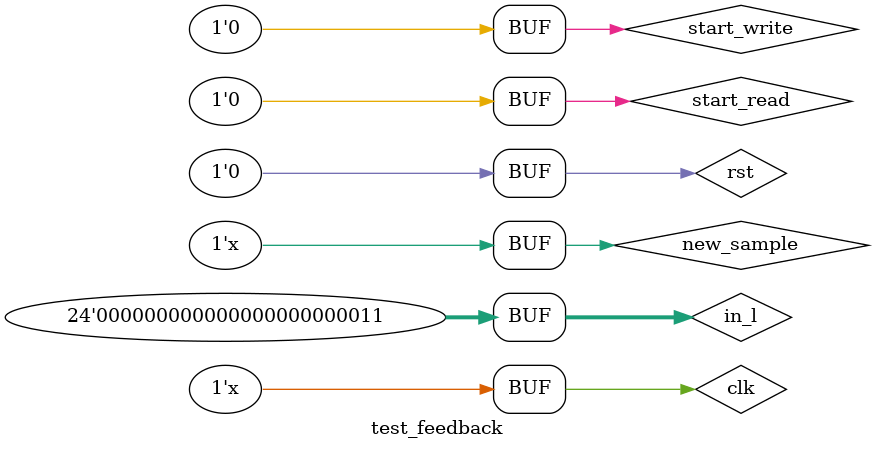
<source format=v>
`timescale 1ns / 1ps


module test_feedback;

	// Inputs
	reg clk;
	reg start_write;
	reg start_read;
	reg new_sample;
	reg [23:0] in_l;
	reg [23:0] in_r;
	reg rst;

	// Outputs
	wire [23:0] out_l;
	wire [23:0] out_r;
	wire writeComplete;

	// Instantiate the Unit Under Test (UUT)
	audio_manip uut (
		.clk(clk), 
		.start_write(start_write), 
		.start_read(start_read), 
		.rst(rst),
		.new_sample(new_sample), 
		.in_l(in_l), 
		.in_r(in_r), 
		.out_l(out_l), 
		.out_r(out_r), 
		.writeComplete(writeComplete)
	);
	always begin
		#4 new_sample = ~new_sample;
	end
	always	
		#2 clk = ~clk;
	

	initial begin
		// Initialize Inputs
		clk = 0;
		rst = 0;
		start_write = 0;
		start_read = 0;
		new_sample = 0;
		in_l = 3;
		in_r = 24'h00beef;

		// Wait 100 ns for global reset to finish
		#20;
		start_write = 1;
		// Add stimulus here
		#500;
		start_write = 0;
		start_read = 1;
		#300;
		start_read = 0;
		
	end
	
	always@(posedge clk) begin
		in_r = in_r + 3;
		
	end
      
endmodule


</source>
